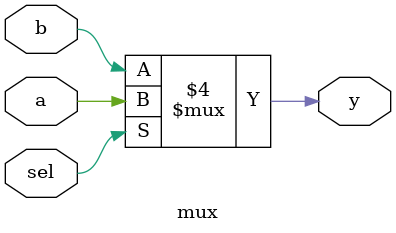
<source format=v>


module mux( y, a, b, sel );
output y;
input a, b, sel;
reg y;

always @(a or b or sel)
begin
    if (sel == 1) y = a;
    else y = b;
end

endmodule


</source>
